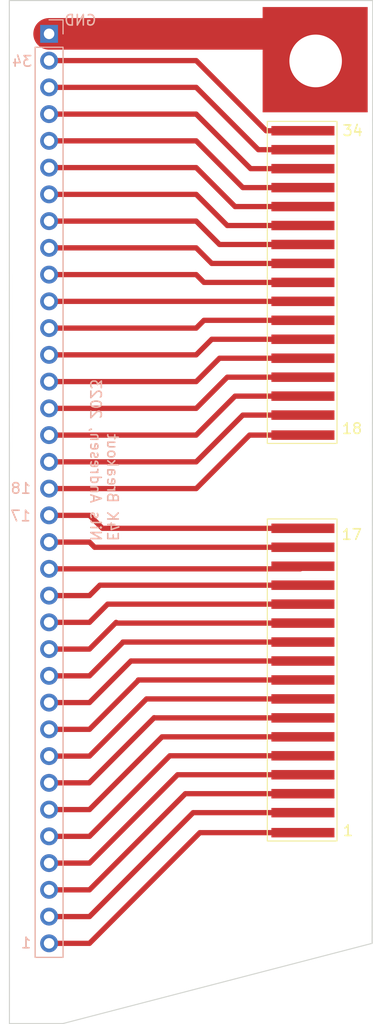
<source format=kicad_pcb>
(kicad_pcb (version 20221018) (generator pcbnew)
  (layers (0 "F.Cu" signal) (31 "B.Cu" signal) (34 "B.Paste" user) (35 "F.Paste" user) (36 "B.SilkS" user "B.Silkscreen") (37 "F.SilkS" user "F.Silkscreen") (38 "B.Mask" user) (39 "F.Mask" user) (44 "Edge.Cuts" user))
  (net 0 "")
  (net 1 "Net-(J1-Pin_19)")
  (net 2 "Net-(J1-Pin_20)")
  (net 3 "Net-(J1-Pin_21)")
  (net 4 "Net-(J1-Pin_22)")
  (net 5 "Net-(J1-Pin_23)")
  (net 6 "Net-(J1-Pin_24)")
  (net 7 "Net-(J1-Pin_25)")
  (net 8 "Net-(J1-Pin_26)")
  (net 9 "Net-(J1-Pin_27)")
  (net 10 "Net-(J1-Pin_28)")
  (net 11 "Net-(J1-Pin_29)")
  (net 12 "Net-(J1-Pin_30)")
  (net 13 "Net-(J1-Pin_31)")
  (net 14 "Net-(J1-Pin_32)")
  (net 15 "Net-(J1-Pin_33)")
  (net 16 "Net-(J1-Pin_34)")
  (net 17 "Net-(J1-Pin_35)")
  (net 18 "Net-(J1-Pin_2)")
  (net 19 "Net-(J1-Pin_3)")
  (net 20 "Net-(J1-Pin_4)")
  (net 21 "Net-(J1-Pin_5)")
  (net 22 "Net-(J1-Pin_6)")
  (net 23 "Net-(J1-Pin_7)")
  (net 24 "Net-(J1-Pin_8)")
  (net 25 "Net-(J1-Pin_9)")
  (net 26 "Net-(J1-Pin_10)")
  (net 27 "Net-(J1-Pin_11)")
  (net 28 "Net-(J1-Pin_12)")
  (net 29 "Net-(J1-Pin_13)")
  (net 30 "Net-(J1-Pin_14)")
  (net 31 "Net-(J1-Pin_15)")
  (net 32 "Net-(J1-Pin_16)")
  (net 33 "Net-(J1-Pin_17)")
  (net 34 "Net-(J1-Pin_18)")
  (net 35 "Net-(J1-Pin_1)")
  (footprint "E4K_Specific:gnd_connector" (layer "F.Cu") (at 145.943872 41.551804)
    (fp_text reference "J2" hide)
    (fp_text value "Conn_01x01" hide)
    (pad "1" smd rect (at 0 -1) (size 10 10) (layers "F.Cu" "F.Mask") (net 35 "Net-(J1-Pin_1)"))
  )
  (footprint "E4K_Specific:17pin_solder_pads" (layer "F.Cu") (at 140.90939 77.748878)
    (fp_text reference "C2" hide)
    (fp_text value "~" hide)
    (fp_rect (start 0.477995 -31.3394) (end 7.11572 -0.756693) (stroke (width 0.1)) (fill none) (layer "F.SilkS"))
    (pad "1" smd rect (at 3.87061 -30.448878) (size 6 0.9) (layers "F.Cu" "F.Mask") (net 18 "Net-(J1-Pin_2)"))
    (pad "2" smd rect (at 3.87061 -28.648878) (size 6 0.9) (layers "F.Cu" "F.Mask") (net 19 "Net-(J1-Pin_3)"))
    (pad "3" smd rect (at 3.87061 -26.848878) (size 6 0.9) (layers "F.Cu" "F.Mask") (net 20 "Net-(J1-Pin_4)"))
    (pad "4" smd rect (at 3.87061 -25.048878) (size 6 0.9) (layers "F.Cu" "F.Mask") (net 21 "Net-(J1-Pin_5)"))
    (pad "5" smd rect (at 3.87061 -23.248878) (size 6 0.9) (layers "F.Cu" "F.Mask") (net 22 "Net-(J1-Pin_6)"))
    (pad "6" smd rect (at 3.87061 -21.448878) (size 6 0.9) (layers "F.Cu" "F.Mask") (net 23 "Net-(J1-Pin_7)"))
    (pad "7" smd rect (at 3.87061 -19.648878) (size 6 0.9) (layers "F.Cu" "F.Mask") (net 24 "Net-(J1-Pin_8)"))
    (pad "8" smd rect (at 3.87061 -17.848878) (size 6 0.9) (layers "F.Cu" "F.Mask") (net 25 "Net-(J1-Pin_9)"))
    (pad "9" smd rect (at 3.87061 -16.048878) (size 6 0.9) (layers "F.Cu" "F.Mask") (net 26 "Net-(J1-Pin_10)"))
    (pad "10" smd rect (at 3.87061 -14.248878) (size 6 0.9) (layers "F.Cu" "F.Mask") (net 27 "Net-(J1-Pin_11)"))
    (pad "11" smd rect (at 3.87061 -12.448878) (size 6 0.9) (layers "F.Cu" "F.Mask") (net 28 "Net-(J1-Pin_12)"))
    (pad "12" smd rect (at 3.87061 -10.648878) (size 6 0.9) (layers "F.Cu" "F.Mask") (net 29 "Net-(J1-Pin_13)"))
    (pad "13" smd rect (at 3.87061 -8.848878) (size 6 0.9) (layers "F.Cu" "F.Mask") (net 30 "Net-(J1-Pin_14)"))
    (pad "14" smd rect (at 3.87061 -7.048878) (size 6 0.9) (layers "F.Cu" "F.Mask") (net 31 "Net-(J1-Pin_15)"))
    (pad "15" smd rect (at 3.87061 -5.248878) (size 6 0.9) (layers "F.Cu" "F.Mask") (net 32 "Net-(J1-Pin_16)"))
    (pad "16" smd rect (at 3.87061 -3.448878) (size 6 0.9) (layers "F.Cu" "F.Mask") (net 33 "Net-(J1-Pin_17)"))
    (pad "17" smd rect (at 3.87061 -1.548878) (size 6 0.9) (layers "F.Cu" "F.Mask") (net 34 "Net-(J1-Pin_18)"))
  )
  (footprint "MountingHole:MountingHole_5mm" (layer "F.Cu") (at 145.966762 118.924527)
    (fp_text reference "H3" hide)
    (fp_text value "MountingHole" hide)
    (pad "" np_thru_hole circle (at 0 0) (size 5 5) (drill 5) (layers "*.Cu" "*.Mask"))
  )
  (footprint "E4K_Specific:17pin_solder_pads" (layer "F.Cu") (at 140.90939 115.5)
    (fp_text reference "C1" hide)
    (fp_text value "~" hide)
    (fp_rect (start 0.477995 -31.3394) (end 7.11572 -0.756693) (stroke (width 0.1)) (fill none) (layer "F.SilkS"))
    (pad "1" smd rect (at 3.87061 -30.448878) (size 6 0.9) (layers "F.Cu" "F.Mask") (net 1 "Net-(J1-Pin_19)"))
    (pad "2" smd rect (at 3.87061 -28.648878) (size 6 0.9) (layers "F.Cu" "F.Mask") (net 2 "Net-(J1-Pin_20)"))
    (pad "3" smd rect (at 3.87061 -26.848878) (size 6 0.9) (layers "F.Cu" "F.Mask") (net 3 "Net-(J1-Pin_21)"))
    (pad "4" smd rect (at 3.87061 -25.048878) (size 6 0.9) (layers "F.Cu" "F.Mask") (net 4 "Net-(J1-Pin_22)"))
    (pad "5" smd rect (at 3.87061 -23.248878) (size 6 0.9) (layers "F.Cu" "F.Mask") (net 5 "Net-(J1-Pin_23)"))
    (pad "6" smd rect (at 3.87061 -21.448878) (size 6 0.9) (layers "F.Cu" "F.Mask") (net 6 "Net-(J1-Pin_24)"))
    (pad "7" smd rect (at 3.87061 -19.648878) (size 6 0.9) (layers "F.Cu" "F.Mask") (net 7 "Net-(J1-Pin_25)"))
    (pad "8" smd rect (at 3.87061 -17.848878) (size 6 0.9) (layers "F.Cu" "F.Mask") (net 8 "Net-(J1-Pin_26)"))
    (pad "9" smd rect (at 3.87061 -16.048878) (size 6 0.9) (layers "F.Cu" "F.Mask") (net 9 "Net-(J1-Pin_27)"))
    (pad "10" smd rect (at 3.87061 -14.248878) (size 6 0.9) (layers "F.Cu" "F.Mask") (net 10 "Net-(J1-Pin_28)"))
    (pad "11" smd rect (at 3.87061 -12.448878) (size 6 0.9) (layers "F.Cu" "F.Mask") (net 11 "Net-(J1-Pin_29)"))
    (pad "12" smd rect (at 3.87061 -10.648878) (size 6 0.9) (layers "F.Cu" "F.Mask") (net 12 "Net-(J1-Pin_30)"))
    (pad "13" smd rect (at 3.87061 -8.848878) (size 6 0.9) (layers "F.Cu" "F.Mask") (net 13 "Net-(J1-Pin_31)"))
    (pad "14" smd rect (at 3.87061 -7.048878) (size 6 0.9) (layers "F.Cu" "F.Mask") (net 14 "Net-(J1-Pin_32)"))
    (pad "15" smd rect (at 3.87061 -5.248878) (size 6 0.9) (layers "F.Cu" "F.Mask") (net 15 "Net-(J1-Pin_33)"))
    (pad "16" smd rect (at 3.87061 -3.448878) (size 6 0.9) (layers "F.Cu" "F.Mask") (net 16 "Net-(J1-Pin_34)"))
    (pad "17" smd rect (at 3.87061 -1.548878) (size 6 0.9) (layers "F.Cu" "F.Mask") (net 17 "Net-(J1-Pin_35)"))
  )
  (footprint "MountingHole:MountingHole_5mm" (layer "F.Cu") (at 145.801463 80.567457)
    (fp_text reference "H2" hide)
    (fp_text value "MountingHole" hide)
    (pad "" np_thru_hole circle (at 0 0) (size 5 5) (drill 5) (layers "*.Cu" "*.Mask"))
  )
  (footprint "MountingHole:MountingHole_5mm" (layer "F.Cu") (at 145.99109 40.671151)
    (fp_text reference "H1" hide)
    (fp_text value "MountingHole" hide)
    (pad "" np_thru_hole circle (at 0 0) (size 5 5) (drill 5) (layers "*.Cu" "*.Mask"))
  )
  (footprint "Connector_PinHeader_2.54mm:PinHeader_1x35_P2.54mm_Vertical" (layer "B.Cu") (at 120.61466 38.1 180)
    (fp_text reference "J1" hide)
    (fp_text value "Conn_01x35")
    (fp_line (start -1.33 -87.69) (end 1.33 -87.69) (stroke (width 0.12)) (layer "B.SilkS"))
    (fp_line (start -1.33 -1.27) (end -1.33 -87.69) (stroke (width 0.12)) (layer "B.SilkS"))
    (fp_line (start -1.33 -1.27) (end 1.33 -1.27) (stroke (width 0.12)) (layer "B.SilkS"))
    (fp_line (start -1.33 0) (end -1.33 1.33) (stroke (width 0.12)) (layer "B.SilkS"))
    (fp_line (start -1.33 1.33) (end 0 1.33) (stroke (width 0.12)) (layer "B.SilkS"))
    (fp_line (start 1.33 -1.27) (end 1.33 -87.69) (stroke (width 0.12)) (layer "B.SilkS"))
    (pad "1" thru_hole rect (at 0 0 180) (size 1.7 1.7) (drill 1) (layers "*.Cu" "*.Mask") (net 35 "Net-(J1-Pin_1)"))
    (pad "2" thru_hole oval (at 0 -2.54 180) (size 1.7 1.7) (drill 1) (layers "*.Cu" "*.Mask") (net 18 "Net-(J1-Pin_2)"))
    (pad "3" thru_hole oval (at 0 -5.08 180) (size 1.7 1.7) (drill 1) (layers "*.Cu" "*.Mask") (net 19 "Net-(J1-Pin_3)"))
    (pad "4" thru_hole oval (at 0 -7.62 180) (size 1.7 1.7) (drill 1) (layers "*.Cu" "*.Mask") (net 20 "Net-(J1-Pin_4)"))
    (pad "5" thru_hole oval (at 0 -10.16 180) (size 1.7 1.7) (drill 1) (layers "*.Cu" "*.Mask") (net 21 "Net-(J1-Pin_5)"))
    (pad "6" thru_hole oval (at 0 -12.7 180) (size 1.7 1.7) (drill 1) (layers "*.Cu" "*.Mask") (net 22 "Net-(J1-Pin_6)"))
    (pad "7" thru_hole oval (at 0 -15.24 180) (size 1.7 1.7) (drill 1) (layers "*.Cu" "*.Mask") (net 23 "Net-(J1-Pin_7)"))
    (pad "8" thru_hole oval (at 0 -17.78 180) (size 1.7 1.7) (drill 1) (layers "*.Cu" "*.Mask") (net 24 "Net-(J1-Pin_8)"))
    (pad "9" thru_hole oval (at 0 -20.32 180) (size 1.7 1.7) (drill 1) (layers "*.Cu" "*.Mask") (net 25 "Net-(J1-Pin_9)"))
    (pad "10" thru_hole oval (at 0 -22.86 180) (size 1.7 1.7) (drill 1) (layers "*.Cu" "*.Mask") (net 26 "Net-(J1-Pin_10)"))
    (pad "11" thru_hole oval (at 0 -25.4 180) (size 1.7 1.7) (drill 1) (layers "*.Cu" "*.Mask") (net 27 "Net-(J1-Pin_11)"))
    (pad "12" thru_hole oval (at 0 -27.94 180) (size 1.7 1.7) (drill 1) (layers "*.Cu" "*.Mask") (net 28 "Net-(J1-Pin_12)"))
    (pad "13" thru_hole oval (at 0 -30.48 180) (size 1.7 1.7) (drill 1) (layers "*.Cu" "*.Mask") (net 29 "Net-(J1-Pin_13)"))
    (pad "14" thru_hole oval (at 0 -33.02 180) (size 1.7 1.7) (drill 1) (layers "*.Cu" "*.Mask") (net 30 "Net-(J1-Pin_14)"))
    (pad "15" thru_hole oval (at 0 -35.56 180) (size 1.7 1.7) (drill 1) (layers "*.Cu" "*.Mask") (net 31 "Net-(J1-Pin_15)"))
    (pad "16" thru_hole oval (at 0 -38.1 180) (size 1.7 1.7) (drill 1) (layers "*.Cu" "*.Mask") (net 32 "Net-(J1-Pin_16)"))
    (pad "17" thru_hole oval (at 0 -40.64 180) (size 1.7 1.7) (drill 1) (layers "*.Cu" "*.Mask") (net 33 "Net-(J1-Pin_17)"))
    (pad "18" thru_hole oval (at 0 -43.18 180) (size 1.7 1.7) (drill 1) (layers "*.Cu" "*.Mask") (net 34 "Net-(J1-Pin_18)"))
    (pad "19" thru_hole oval (at 0 -45.72 180) (size 1.7 1.7) (drill 1) (layers "*.Cu" "*.Mask") (net 1 "Net-(J1-Pin_19)"))
    (pad "20" thru_hole oval (at 0 -48.26 180) (size 1.7 1.7) (drill 1) (layers "*.Cu" "*.Mask") (net 2 "Net-(J1-Pin_20)"))
    (pad "21" thru_hole oval (at 0 -50.8 180) (size 1.7 1.7) (drill 1) (layers "*.Cu" "*.Mask") (net 3 "Net-(J1-Pin_21)"))
    (pad "22" thru_hole oval (at 0 -53.34 180) (size 1.7 1.7) (drill 1) (layers "*.Cu" "*.Mask") (net 4 "Net-(J1-Pin_22)"))
    (pad "23" thru_hole oval (at 0 -55.88 180) (size 1.7 1.7) (drill 1) (layers "*.Cu" "*.Mask") (net 5 "Net-(J1-Pin_23)"))
    (pad "24" thru_hole oval (at 0 -58.42 180) (size 1.7 1.7) (drill 1) (layers "*.Cu" "*.Mask") (net 6 "Net-(J1-Pin_24)"))
    (pad "25" thru_hole oval (at 0 -60.96 180) (size 1.7 1.7) (drill 1) (layers "*.Cu" "*.Mask") (net 7 "Net-(J1-Pin_25)"))
    (pad "26" thru_hole oval (at 0 -63.5 180) (size 1.7 1.7) (drill 1) (layers "*.Cu" "*.Mask") (net 8 "Net-(J1-Pin_26)"))
    (pad "27" thru_hole oval (at 0 -66.04 180) (size 1.7 1.7) (drill 1) (layers "*.Cu" "*.Mask") (net 9 "Net-(J1-Pin_27)"))
    (pad "28" thru_hole oval (at 0 -68.58 180) (size 1.7 1.7) (drill 1) (layers "*.Cu" "*.Mask") (net 10 "Net-(J1-Pin_28)"))
    (pad "29" thru_hole oval (at 0 -71.12 180) (size 1.7 1.7) (drill 1) (layers "*.Cu" "*.Mask") (net 11 "Net-(J1-Pin_29)"))
    (pad "30" thru_hole oval (at 0 -73.66 180) (size 1.7 1.7) (drill 1) (layers "*.Cu" "*.Mask") (net 12 "Net-(J1-Pin_30)"))
    (pad "31" thru_hole oval (at 0 -76.2 180) (size 1.7 1.7) (drill 1) (layers "*.Cu" "*.Mask") (net 13 "Net-(J1-Pin_31)"))
    (pad "32" thru_hole oval (at 0 -78.74 180) (size 1.7 1.7) (drill 1) (layers "*.Cu" "*.Mask") (net 14 "Net-(J1-Pin_32)"))
    (pad "33" thru_hole oval (at 0 -81.28 180) (size 1.7 1.7) (drill 1) (layers "*.Cu" "*.Mask") (net 15 "Net-(J1-Pin_33)"))
    (pad "34" thru_hole oval (at 0 -83.82 180) (size 1.7 1.7) (drill 1) (layers "*.Cu" "*.Mask") (net 16 "Net-(J1-Pin_34)"))
    (pad "35" thru_hole oval (at 0 -86.36 180) (size 1.7 1.7) (drill 1) (layers "*.Cu" "*.Mask") (net 17 "Net-(J1-Pin_35)"))
  )
  (gr_line (start 116.84 132.08) (end 116.828103 34.935111) (stroke (width 0.1)) (layer "Edge.Cuts"))
  (gr_line (start 151.424085 34.935111) (end 151.36607 124.46) (stroke (width 0.1)) (layer "Edge.Cuts"))
  (gr_line (start 116.828103 34.935111) (end 151.424085 34.935111) (stroke (width 0.1)) (layer "Edge.Cuts"))
  (gr_line (start 121.92 132.08) (end 116.84 132.08) (stroke (width 0.1)) (layer "Edge.Cuts"))
  (gr_line (start 121.92 132.08) (end 151.36607 124.46) (stroke (width 0.1)) (layer "Edge.Cuts"))
  (gr_text "17" (at 118.948627 84.463561) (layer "B.SilkS") (effects (font (size 1 1)) (justify left bottom mirror)))
  (gr_text "GND" (at 125.210602 37.38986) (layer "B.SilkS") (effects (font (size 1 1)) (justify left bottom mirror)))
  (gr_text "18" (at 118.969169 81.844514) (layer "B.SilkS") (effects (font (size 1 1)) (justify left bottom mirror)))
  (gr_text "1" (at 118.992537 125.009655) (layer "B.SilkS") (effects (font (size 1 1)) (justify left bottom mirror)))
  (gr_text "34" (at 119.099752 41.294014) (layer "B.SilkS") (effects (font (size 1 1)) (justify left bottom mirror)))
  (gr_text "E4K Breakout\nNils Andresen, 2023" (at 124.46 86.36 270) (layer "B.SilkS") (effects (font (size 1 1)) (justify left bottom mirror)))
  (gr_text "17" (at 148.382811 86.223781) (layer "F.SilkS") (effects (font (size 1 1)) (justify left bottom)))
  (gr_text "18" (at 148.407216 76.168321) (layer "F.SilkS") (effects (font (size 1 1)) (justify left bottom)))
  (gr_text "1" (at 148.500048 114.346894) (layer "F.SilkS") (effects (font (size 1 1)) (justify left bottom)))
  (gr_text "34" (at 148.465111 47.877693) (layer "F.SilkS") (effects (font (size 1 1)) (justify left bottom)))
  (segment (start 125.691122 85.051122) (end 124.46 83.82) (width 0.5) (layer "F.Cu") (net 1))
  (segment (start 120.61466 83.82) (end 124.46 83.82) (width 0.5) (layer "F.Cu") (net 1))
  (segment (start 144.78 85.051122) (end 125.691122 85.051122) (width 0.5) (layer "F.Cu") (net 1))
  (segment (start 124.951122 86.851122) (end 144.78 86.851122) (width 0.5) (layer "F.Cu") (net 2))
  (segment (start 120.61466 86.36) (end 124.46 86.36) (width 0.5) (layer "F.Cu") (net 2))
  (segment (start 124.46 86.36) (end 124.951122 86.851122) (width 0.5) (layer "F.Cu") (net 2))
  (segment (start 144.531122 88.9) (end 144.78 88.651122) (width 0.5) (layer "F.Cu") (net 3))
  (segment (start 120.61466 88.9) (end 144.531122 88.9) (width 0.5) (layer "F.Cu") (net 3))
  (segment (start 120.61466 91.44) (end 124.46 91.44) (width 0.5) (layer "F.Cu") (net 4))
  (segment (start 125.448878 90.451122) (end 144.78 90.451122) (width 0.5) (layer "F.Cu") (net 4))
  (segment (start 124.46 91.44) (end 125.448878 90.451122) (width 0.5) (layer "F.Cu") (net 4))
  (segment (start 124.46 93.98) (end 126.188878 92.251122) (width 0.5) (layer "F.Cu") (net 5))
  (segment (start 126.188878 92.251122) (end 144.78 92.251122) (width 0.5) (layer "F.Cu") (net 5))
  (segment (start 120.61466 93.98) (end 124.46 93.98) (width 0.5) (layer "F.Cu") (net 5))
  (segment (start 127 94.051122) (end 144.78 94.051122) (width 0.5) (layer "F.Cu") (net 6))
  (segment (start 124.46 96.52) (end 127 93.98) (width 0.5) (layer "F.Cu") (net 6))
  (segment (start 120.61466 96.52) (end 124.46 96.52) (width 0.5) (layer "F.Cu") (net 6))
  (segment (start 127.64311 95.851122) (end 144.78 95.851122) (width 0.5) (layer "F.Cu") (net 7))
  (segment (start 127.64311 95.87689) (end 127.64311 95.851122) (width 0.5) (layer "F.Cu") (net 7))
  (segment (start 120.61466 99.06) (end 124.46 99.06) (width 0.5) (layer "F.Cu") (net 7))
  (segment (start 124.46 99.06) (end 127.64311 95.87689) (width 0.5) (layer "F.Cu") (net 7))
  (segment (start 120.61466 101.6) (end 124.456934 101.6) (width 0.5) (layer "F.Cu") (net 8))
  (segment (start 124.456934 101.6) (end 128.406675 97.650259) (width 0.5) (layer "F.Cu") (net 8))
  (segment (start 128.406675 97.650259) (end 128.407538 97.651122) (width 0.5) (layer "F.Cu") (net 8))
  (segment (start 128.407538 97.651122) (end 144.78 97.651122) (width 0.5) (layer "F.Cu") (net 8))
  (segment (start 129.112102 99.451122) (end 144.78 99.451122) (width 0.5) (layer "F.Cu") (net 9))
  (segment (start 129.095381 99.504619) (end 129.095381 99.467843) (width 0.5) (layer "F.Cu") (net 9))
  (segment (start 124.46 104.14) (end 129.095381 99.504619) (width 0.5) (layer "F.Cu") (net 9))
  (segment (start 129.095381 99.467843) (end 129.112102 99.451122) (width 0.5) (layer "F.Cu") (net 9))
  (segment (start 120.61466 104.14) (end 124.46 104.14) (width 0.5) (layer "F.Cu") (net 9))
  (segment (start 124.46 106.68) (end 120.61466 106.68) (width 0.5) (layer "F.Cu") (net 10))
  (segment (start 129.888878 101.251122) (end 124.46 106.68) (width 0.5) (layer "F.Cu") (net 10))
  (segment (start 144.78 101.251122) (end 129.888878 101.251122) (width 0.5) (layer "F.Cu") (net 10))
  (segment (start 130.642485 103.051122) (end 144.78 103.051122) (width 0.5) (layer "F.Cu") (net 11))
  (segment (start 124.433659 109.22) (end 130.622511 103.031148) (width 0.5) (layer "F.Cu") (net 11))
  (segment (start 120.61466 109.22) (end 124.433659 109.22) (width 0.5) (layer "F.Cu") (net 11))
  (segment (start 130.622511 103.031148) (end 130.642485 103.051122) (width 0.5) (layer "F.Cu") (net 11))
  (segment (start 120.61466 111.76) (end 124.46 111.76) (width 0.5) (layer "F.Cu") (net 12))
  (segment (start 144.78 104.851122) (end 131.368878 104.851122) (width 0.5) (layer "F.Cu") (net 12))
  (segment (start 131.368878 104.851122) (end 124.46 111.76) (width 0.5) (layer "F.Cu") (net 12))
  (segment (start 132.108878 106.651122) (end 124.46 114.3) (width 0.5) (layer "F.Cu") (net 13))
  (segment (start 144.78 106.651122) (end 132.108878 106.651122) (width 0.5) (layer "F.Cu") (net 13))
  (segment (start 120.61466 114.3) (end 124.46 114.3) (width 0.5) (layer "F.Cu") (net 13))
  (segment (start 132.848878 108.451122) (end 124.46 116.84) (width 0.5) (layer "F.Cu") (net 14))
  (segment (start 142.23 108.451122) (end 144.78 108.451122) (width 0.5) (layer "F.Cu") (net 14))
  (segment (start 144.78 108.451122) (end 132.848878 108.451122) (width 0.5) (layer "F.Cu") (net 14))
  (segment (start 120.61466 116.84) (end 124.46 116.84) (width 0.5) (layer "F.Cu") (net 14))
  (segment (start 144.78 110.251122) (end 133.588878 110.251122) (width 0.5) (layer "F.Cu") (net 15))
  (segment (start 133.588878 110.251122) (end 124.46 119.38) (width 0.5) (layer "F.Cu") (net 15))
  (segment (start 120.61466 119.38) (end 124.46 119.38) (width 0.5) (layer "F.Cu") (net 15))
  (segment (start 144.78 112.051122) (end 134.328878 112.051122) (width 0.5) (layer "F.Cu") (net 16))
  (segment (start 134.328878 112.051122) (end 124.46 121.92) (width 0.5) (layer "F.Cu") (net 16))
  (segment (start 142.33 112.051122) (end 144.78 112.051122) (width 0.5) (layer "F.Cu") (net 16))
  (segment (start 120.61466 121.92) (end 124.46 121.92) (width 0.5) (layer "F.Cu") (net 16))
  (segment (start 120.61466 124.46) (end 124.46 124.46) (width 0.5) (layer "F.Cu") (net 17))
  (segment (start 134.968878 113.951122) (end 124.46 124.46) (width 0.5) (layer "F.Cu") (net 17))
  (segment (start 144.78 113.951122) (end 134.968878 113.951122) (width 0.5) (layer "F.Cu") (net 17))
  (segment (start 141.28 47.3) (end 144.78 47.3) (width 0.5) (layer "F.Cu") (net 18))
  (segment (start 134.62 40.64) (end 141.28 47.3) (width 0.5) (layer "F.Cu") (net 18))
  (segment (start 120.61466 40.64) (end 134.62 40.64) (width 0.5) (layer "F.Cu") (net 18))
  (segment (start 120.61466 43.18) (end 134.62 43.18) (width 0.5) (layer "F.Cu") (net 19))
  (segment (start 134.62 43.18) (end 140.54 49.1) (width 0.5) (layer "F.Cu") (net 19))
  (segment (start 140.54 49.1) (end 144.78 49.1) (width 0.5) (layer "F.Cu") (net 19))
  (segment (start 139.8 50.9) (end 144.78 50.9) (width 0.5) (layer "F.Cu") (net 20))
  (segment (start 120.61466 45.72) (end 134.62 45.72) (width 0.5) (layer "F.Cu") (net 20))
  (segment (start 134.62 45.72) (end 139.8 50.9) (width 0.5) (layer "F.Cu") (net 20))
  (segment (start 139.06 52.7) (end 144.78 52.7) (width 0.5) (layer "F.Cu") (net 21))
  (segment (start 120.61466 48.26) (end 134.62 48.26) (width 0.5) (layer "F.Cu") (net 21))
  (segment (start 134.62 48.26) (end 139.06 52.7) (width 0.5) (layer "F.Cu") (net 21))
  (segment (start 120.61466 50.8) (end 134.62 50.8) (width 0.5) (layer "F.Cu") (net 22))
  (segment (start 138.32 54.5) (end 144.78 54.5) (width 0.5) (layer "F.Cu") (net 22))
  (segment (start 134.62 50.8) (end 138.32 54.5) (width 0.5) (layer "F.Cu") (net 22))
  (segment (start 137.58 56.3) (end 144.78 56.3) (width 0.5) (layer "F.Cu") (net 23))
  (segment (start 120.61466 53.34) (end 134.62 53.34) (width 0.5) (layer "F.Cu") (net 23))
  (segment (start 134.62 53.34) (end 137.58 56.3) (width 0.5) (layer "F.Cu") (net 23))
  (segment (start 136.84 58.1) (end 144.78 58.1) (width 0.5) (layer "F.Cu") (net 24))
  (segment (start 134.62 55.88) (end 136.84 58.1) (width 0.5) (layer "F.Cu") (net 24))
  (segment (start 120.61466 55.88) (end 134.62 55.88) (width 0.5) (layer "F.Cu") (net 24))
  (segment (start 134.62 58.42) (end 136.1 59.9) (width 0.5) (layer "F.Cu") (net 25))
  (segment (start 136.1 59.9) (end 144.78 59.9) (width 0.5) (layer "F.Cu") (net 25))
  (segment (start 120.61466 58.42) (end 134.62 58.42) (width 0.5) (layer "F.Cu") (net 25))
  (segment (start 120.61466 60.96) (end 134.62 60.96) (width 0.5) (layer "F.Cu") (net 26))
  (segment (start 135.36 61.7) (end 144.78 61.7) (width 0.5) (layer "F.Cu") (net 26))
  (segment (start 134.62 60.96) (end 135.36 61.7) (width 0.5) (layer "F.Cu") (net 26))
  (segment (start 120.61466 63.5) (end 144.78 63.5) (width 0.5) (layer "F.Cu") (net 27))
  (segment (start 120.61466 66.04) (end 134.62 66.04) (width 0.5) (layer "F.Cu") (net 28))
  (segment (start 134.62 66.04) (end 135.36 65.3) (width 0.5) (layer "F.Cu") (net 28))
  (segment (start 135.36 65.3) (end 144.78 65.3) (width 0.5) (layer "F.Cu") (net 28))
  (segment (start 134.62 68.58) (end 136.1 67.1) (width 0.5) (layer "F.Cu") (net 29))
  (segment (start 120.61466 68.58) (end 134.62 68.58) (width 0.5) (layer "F.Cu") (net 29))
  (segment (start 136.1 67.1) (end 144.78 67.1) (width 0.5) (layer "F.Cu") (net 29))
  (segment (start 134.62 71.12) (end 136.84 68.9) (width 0.5) (layer "F.Cu") (net 30))
  (segment (start 136.84 68.9) (end 144.78 68.9) (width 0.5) (layer "F.Cu") (net 30))
  (segment (start 120.61466 71.12) (end 134.62 71.12) (width 0.5) (layer "F.Cu") (net 30))
  (segment (start 120.61466 73.66) (end 134.62 73.66) (width 0.5) (layer "F.Cu") (net 31))
  (segment (start 137.58 70.7) (end 144.78 70.7) (width 0.5) (layer "F.Cu") (net 31))
  (segment (start 134.62 73.66) (end 137.58 70.7) (width 0.5) (layer "F.Cu") (net 31))
  (segment (start 138.32 72.5) (end 144.78 72.5) (width 0.5) (layer "F.Cu") (net 32))
  (segment (start 120.61466 76.2) (end 134.62 76.2) (width 0.5) (layer "F.Cu") (net 32))
  (segment (start 134.62 76.2) (end 138.32 72.5) (width 0.5) (layer "F.Cu") (net 32))
  (segment (start 120.61466 78.74) (end 134.62 78.74) (width 0.5) (layer "F.Cu") (net 33))
  (segment (start 134.62 78.74) (end 139.06 74.3) (width 0.5) (layer "F.Cu") (net 33))
  (segment (start 139.06 74.3) (end 144.78 74.3) (width 0.5) (layer "F.Cu") (net 33))
  (segment (start 134.62 81.28) (end 139.7 76.2) (width 0.5) (layer "F.Cu") (net 34))
  (segment (start 139.7 76.2) (end 144.78 76.2) (width 0.5) (layer "F.Cu") (net 34))
  (segment (start 120.61466 81.28) (end 134.62 81.28) (width 0.5) (layer "F.Cu") (net 34))
  (segment (start 120.61466 38.1) (end 143.492068 38.1) (width 3) (layer "F.Cu") (net 35))
  (segment (start 143.492068 38.1) (end 145.943872 40.551804) (width 0.25) (layer "F.Cu") (net 35))
)
</source>
